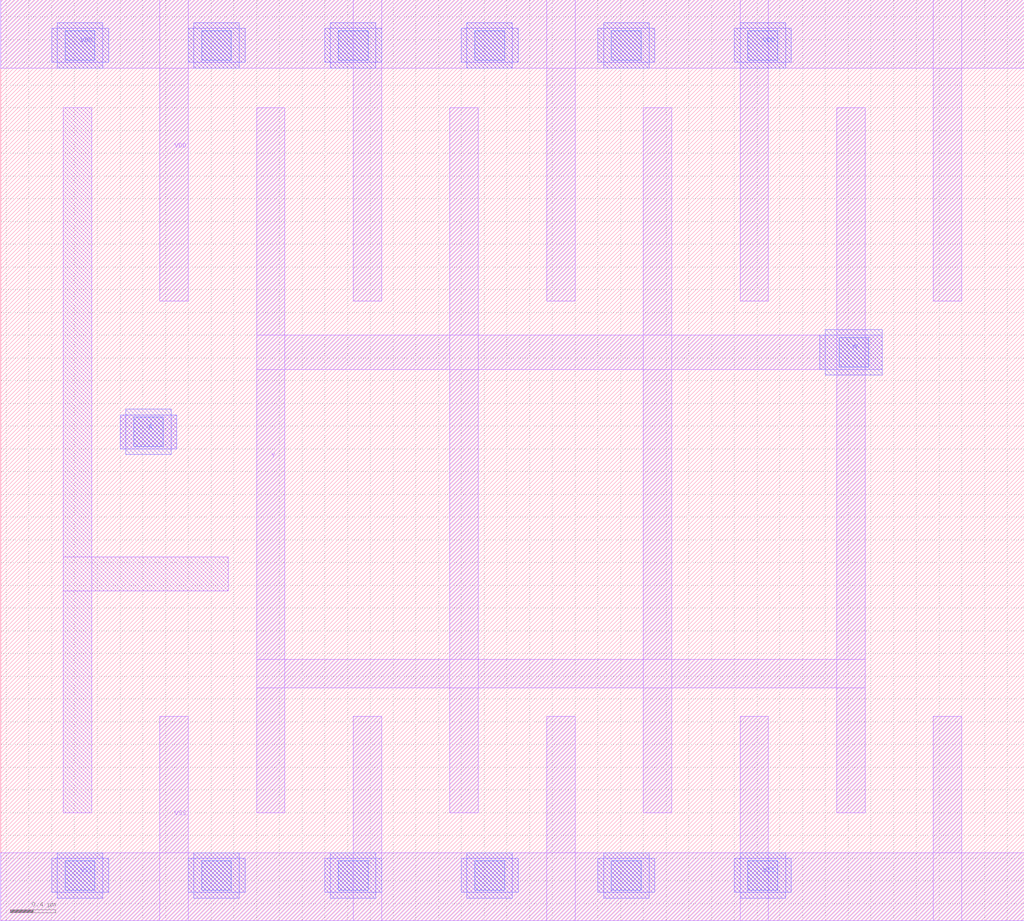
<source format=lef>
# Copyright 2022 Google LLC
# Licensed under the Apache License, Version 2.0 (the "License");
# you may not use this file except in compliance with the License.
# You may obtain a copy of the License at
#
#      http://www.apache.org/licenses/LICENSE-2.0
#
# Unless required by applicable law or agreed to in writing, software
# distributed under the License is distributed on an "AS IS" BASIS,
# WITHOUT WARRANTIES OR CONDITIONS OF ANY KIND, either express or implied.
# See the License for the specific language governing permissions and
# limitations under the License.
VERSION 5.7 ;
BUSBITCHARS "[]" ;
DIVIDERCHAR "/" ;

MACRO gf180mcu_osu_sc_12T_clkbuf_8
  CLASS CORE ;
  ORIGIN 0.85 0.15 ;
  FOREIGN gf180mcu_osu_sc_12T_clkbuf_8 -0.85 -0.15 ;
  SIZE 9 BY 8.1 ;
  SYMMETRY X Y ;
  SITE GF018hv5v_mcu_sc7 ;
  PIN A
    DIRECTION INPUT ;
    USE SIGNAL ;
    PORT
      LAYER MET1 ;
        RECT 0.2 4 0.7 4.3 ;
      LAYER MET2 ;
        RECT 0.2 4 0.7 4.3 ;
        RECT 0.25 3.95 0.65 4.35 ;
      LAYER VIA12 ;
        RECT 0.32 4.02 0.58 4.28 ;
    END
  END A
  PIN VDD
    DIRECTION INOUT ;
    USE POWER ;
    SHAPE ABUTMENT ;
    PORT
      LAYER MET1 ;
        RECT -0.85 7.35 8.15 7.95 ;
        RECT 7.35 5.3 7.6 7.95 ;
        RECT 5.65 5.3 5.9 7.95 ;
        RECT 3.95 5.3 4.2 7.95 ;
        RECT 2.25 5.3 2.5 7.95 ;
        RECT 0.55 5.3 0.8 7.95 ;
      LAYER MET2 ;
        RECT 5.6 7.4 6.1 7.7 ;
        RECT 5.65 7.35 6.05 7.75 ;
        RECT 4.4 7.4 4.9 7.7 ;
        RECT 4.45 7.35 4.85 7.75 ;
        RECT 3.2 7.4 3.7 7.7 ;
        RECT 3.25 7.35 3.65 7.75 ;
        RECT 2 7.4 2.5 7.7 ;
        RECT 2.05 7.35 2.45 7.75 ;
        RECT 0.8 7.4 1.3 7.7 ;
        RECT 0.85 7.35 1.25 7.75 ;
        RECT -0.4 7.4 0.1 7.7 ;
        RECT -0.35 7.35 0.05 7.75 ;
      LAYER VIA12 ;
        RECT -0.28 7.42 -0.02 7.68 ;
        RECT 0.92 7.42 1.18 7.68 ;
        RECT 2.12 7.42 2.38 7.68 ;
        RECT 3.32 7.42 3.58 7.68 ;
        RECT 4.52 7.42 4.78 7.68 ;
        RECT 5.72 7.42 5.98 7.68 ;
    END
  END VDD
  PIN VSS
    DIRECTION INOUT ;
    USE GROUND ;
    PORT
      LAYER MET1 ;
        RECT -0.85 -0.15 8.15 0.45 ;
        RECT 7.35 -0.15 7.6 1.65 ;
        RECT 5.65 -0.15 5.9 1.65 ;
        RECT 3.95 -0.15 4.2 1.65 ;
        RECT 2.25 -0.15 2.5 1.65 ;
        RECT 0.55 -0.15 0.8 1.65 ;
      LAYER MET2 ;
        RECT 5.6 0.1 6.1 0.4 ;
        RECT 5.65 0.05 6.05 0.45 ;
        RECT 4.4 0.1 4.9 0.4 ;
        RECT 4.45 0.05 4.85 0.45 ;
        RECT 3.2 0.1 3.7 0.4 ;
        RECT 3.25 0.05 3.65 0.45 ;
        RECT 2 0.1 2.5 0.4 ;
        RECT 2.05 0.05 2.45 0.45 ;
        RECT 0.8 0.1 1.3 0.4 ;
        RECT 0.85 0.05 1.25 0.45 ;
        RECT -0.4 0.1 0.1 0.4 ;
        RECT -0.35 0.05 0.05 0.45 ;
      LAYER VIA12 ;
        RECT -0.28 0.12 -0.02 0.38 ;
        RECT 0.92 0.12 1.18 0.38 ;
        RECT 2.12 0.12 2.38 0.38 ;
        RECT 3.32 0.12 3.58 0.38 ;
        RECT 4.52 0.12 4.78 0.38 ;
        RECT 5.72 0.12 5.98 0.38 ;
    END
  END VSS
  PIN Y
    DIRECTION OUTPUT ;
    USE SIGNAL ;
    PORT
      LAYER MET1 ;
        RECT 1.4 4.7 6.9 5 ;
        RECT 6.5 0.8 6.75 7 ;
        RECT 1.4 1.9 6.75 2.15 ;
        RECT 4.8 0.8 5.05 7 ;
        RECT 3.1 0.8 3.35 7 ;
        RECT 1.4 0.8 1.65 7 ;
      LAYER MET2 ;
        RECT 6.4 4.65 6.9 5.05 ;
        RECT 6.35 4.7 6.9 5 ;
      LAYER VIA12 ;
        RECT 6.52 4.72 6.78 4.98 ;
    END
  END Y
  OBS
    LAYER MET1 ;
      RECT -0.3 0.8 -0.05 7 ;
      RECT -0.3 2.75 1.15 3.05 ;
  END
END gf180mcu_osu_sc_12T_clkbuf_8

</source>
